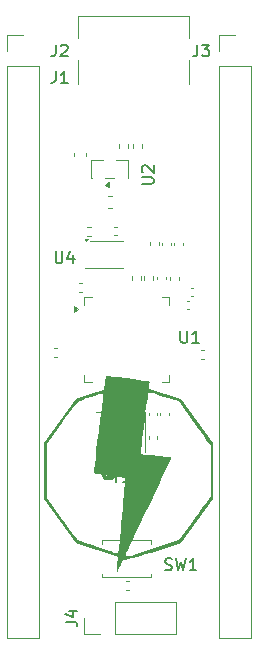
<source format=gbr>
%TF.GenerationSoftware,KiCad,Pcbnew,9.0.6*%
%TF.CreationDate,2025-12-02T19:28:56-05:00*%
%TF.ProjectId,DEVBOARD,44455642-4f41-4524-942e-6b696361645f,rev?*%
%TF.SameCoordinates,Original*%
%TF.FileFunction,Legend,Top*%
%TF.FilePolarity,Positive*%
%FSLAX46Y46*%
G04 Gerber Fmt 4.6, Leading zero omitted, Abs format (unit mm)*
G04 Created by KiCad (PCBNEW 9.0.6) date 2025-12-02 19:28:56*
%MOMM*%
%LPD*%
G01*
G04 APERTURE LIST*
%ADD10C,0.150000*%
%ADD11C,0.300000*%
%ADD12C,0.120000*%
%ADD13C,0.000000*%
G04 APERTURE END LIST*
D10*
X143166666Y-77454819D02*
X143166666Y-78169104D01*
X143166666Y-78169104D02*
X143119047Y-78311961D01*
X143119047Y-78311961D02*
X143023809Y-78407200D01*
X143023809Y-78407200D02*
X142880952Y-78454819D01*
X142880952Y-78454819D02*
X142785714Y-78454819D01*
X144166666Y-78454819D02*
X143595238Y-78454819D01*
X143880952Y-78454819D02*
X143880952Y-77454819D01*
X143880952Y-77454819D02*
X143785714Y-77597676D01*
X143785714Y-77597676D02*
X143690476Y-77692914D01*
X143690476Y-77692914D02*
X143595238Y-77740533D01*
X143163095Y-92704819D02*
X143163095Y-93514342D01*
X143163095Y-93514342D02*
X143210714Y-93609580D01*
X143210714Y-93609580D02*
X143258333Y-93657200D01*
X143258333Y-93657200D02*
X143353571Y-93704819D01*
X143353571Y-93704819D02*
X143544047Y-93704819D01*
X143544047Y-93704819D02*
X143639285Y-93657200D01*
X143639285Y-93657200D02*
X143686904Y-93609580D01*
X143686904Y-93609580D02*
X143734523Y-93514342D01*
X143734523Y-93514342D02*
X143734523Y-92704819D01*
X144639285Y-93038152D02*
X144639285Y-93704819D01*
X144401190Y-92657200D02*
X144163095Y-93371485D01*
X144163095Y-93371485D02*
X144782142Y-93371485D01*
X150454819Y-87011904D02*
X151264342Y-87011904D01*
X151264342Y-87011904D02*
X151359580Y-86964285D01*
X151359580Y-86964285D02*
X151407200Y-86916666D01*
X151407200Y-86916666D02*
X151454819Y-86821428D01*
X151454819Y-86821428D02*
X151454819Y-86630952D01*
X151454819Y-86630952D02*
X151407200Y-86535714D01*
X151407200Y-86535714D02*
X151359580Y-86488095D01*
X151359580Y-86488095D02*
X151264342Y-86440476D01*
X151264342Y-86440476D02*
X150454819Y-86440476D01*
X150550057Y-86011904D02*
X150502438Y-85964285D01*
X150502438Y-85964285D02*
X150454819Y-85869047D01*
X150454819Y-85869047D02*
X150454819Y-85630952D01*
X150454819Y-85630952D02*
X150502438Y-85535714D01*
X150502438Y-85535714D02*
X150550057Y-85488095D01*
X150550057Y-85488095D02*
X150645295Y-85440476D01*
X150645295Y-85440476D02*
X150740533Y-85440476D01*
X150740533Y-85440476D02*
X150883390Y-85488095D01*
X150883390Y-85488095D02*
X151454819Y-86059523D01*
X151454819Y-86059523D02*
X151454819Y-85440476D01*
X143166666Y-75204819D02*
X143166666Y-75919104D01*
X143166666Y-75919104D02*
X143119047Y-76061961D01*
X143119047Y-76061961D02*
X143023809Y-76157200D01*
X143023809Y-76157200D02*
X142880952Y-76204819D01*
X142880952Y-76204819D02*
X142785714Y-76204819D01*
X143595238Y-75300057D02*
X143642857Y-75252438D01*
X143642857Y-75252438D02*
X143738095Y-75204819D01*
X143738095Y-75204819D02*
X143976190Y-75204819D01*
X143976190Y-75204819D02*
X144071428Y-75252438D01*
X144071428Y-75252438D02*
X144119047Y-75300057D01*
X144119047Y-75300057D02*
X144166666Y-75395295D01*
X144166666Y-75395295D02*
X144166666Y-75490533D01*
X144166666Y-75490533D02*
X144119047Y-75633390D01*
X144119047Y-75633390D02*
X143547619Y-76204819D01*
X143547619Y-76204819D02*
X144166666Y-76204819D01*
X152416667Y-119657200D02*
X152559524Y-119704819D01*
X152559524Y-119704819D02*
X152797619Y-119704819D01*
X152797619Y-119704819D02*
X152892857Y-119657200D01*
X152892857Y-119657200D02*
X152940476Y-119609580D01*
X152940476Y-119609580D02*
X152988095Y-119514342D01*
X152988095Y-119514342D02*
X152988095Y-119419104D01*
X152988095Y-119419104D02*
X152940476Y-119323866D01*
X152940476Y-119323866D02*
X152892857Y-119276247D01*
X152892857Y-119276247D02*
X152797619Y-119228628D01*
X152797619Y-119228628D02*
X152607143Y-119181009D01*
X152607143Y-119181009D02*
X152511905Y-119133390D01*
X152511905Y-119133390D02*
X152464286Y-119085771D01*
X152464286Y-119085771D02*
X152416667Y-118990533D01*
X152416667Y-118990533D02*
X152416667Y-118895295D01*
X152416667Y-118895295D02*
X152464286Y-118800057D01*
X152464286Y-118800057D02*
X152511905Y-118752438D01*
X152511905Y-118752438D02*
X152607143Y-118704819D01*
X152607143Y-118704819D02*
X152845238Y-118704819D01*
X152845238Y-118704819D02*
X152988095Y-118752438D01*
X153321429Y-118704819D02*
X153559524Y-119704819D01*
X153559524Y-119704819D02*
X153750000Y-118990533D01*
X153750000Y-118990533D02*
X153940476Y-119704819D01*
X153940476Y-119704819D02*
X154178572Y-118704819D01*
X155083333Y-119704819D02*
X154511905Y-119704819D01*
X154797619Y-119704819D02*
X154797619Y-118704819D01*
X154797619Y-118704819D02*
X154702381Y-118847676D01*
X154702381Y-118847676D02*
X154607143Y-118942914D01*
X154607143Y-118942914D02*
X154511905Y-118990533D01*
X153724845Y-99437563D02*
X153724845Y-100247086D01*
X153724845Y-100247086D02*
X153772464Y-100342324D01*
X153772464Y-100342324D02*
X153820083Y-100389944D01*
X153820083Y-100389944D02*
X153915321Y-100437563D01*
X153915321Y-100437563D02*
X154105797Y-100437563D01*
X154105797Y-100437563D02*
X154201035Y-100389944D01*
X154201035Y-100389944D02*
X154248654Y-100342324D01*
X154248654Y-100342324D02*
X154296273Y-100247086D01*
X154296273Y-100247086D02*
X154296273Y-99437563D01*
X155296273Y-100437563D02*
X154724845Y-100437563D01*
X155010559Y-100437563D02*
X155010559Y-99437563D01*
X155010559Y-99437563D02*
X154915321Y-99580420D01*
X154915321Y-99580420D02*
X154820083Y-99675658D01*
X154820083Y-99675658D02*
X154724845Y-99723277D01*
X155166666Y-75204819D02*
X155166666Y-75919104D01*
X155166666Y-75919104D02*
X155119047Y-76061961D01*
X155119047Y-76061961D02*
X155023809Y-76157200D01*
X155023809Y-76157200D02*
X154880952Y-76204819D01*
X154880952Y-76204819D02*
X154785714Y-76204819D01*
X155547619Y-75204819D02*
X156166666Y-75204819D01*
X156166666Y-75204819D02*
X155833333Y-75585771D01*
X155833333Y-75585771D02*
X155976190Y-75585771D01*
X155976190Y-75585771D02*
X156071428Y-75633390D01*
X156071428Y-75633390D02*
X156119047Y-75681009D01*
X156119047Y-75681009D02*
X156166666Y-75776247D01*
X156166666Y-75776247D02*
X156166666Y-76014342D01*
X156166666Y-76014342D02*
X156119047Y-76109580D01*
X156119047Y-76109580D02*
X156071428Y-76157200D01*
X156071428Y-76157200D02*
X155976190Y-76204819D01*
X155976190Y-76204819D02*
X155690476Y-76204819D01*
X155690476Y-76204819D02*
X155595238Y-76157200D01*
X155595238Y-76157200D02*
X155547619Y-76109580D01*
X148273809Y-111728628D02*
X148273809Y-112204819D01*
X147940476Y-111204819D02*
X148273809Y-111728628D01*
X148273809Y-111728628D02*
X148607142Y-111204819D01*
X149464285Y-112204819D02*
X148892857Y-112204819D01*
X149178571Y-112204819D02*
X149178571Y-111204819D01*
X149178571Y-111204819D02*
X149083333Y-111347676D01*
X149083333Y-111347676D02*
X148988095Y-111442914D01*
X148988095Y-111442914D02*
X148892857Y-111490533D01*
D11*
X147928572Y-110499757D02*
X147785715Y-110428328D01*
X147785715Y-110428328D02*
X147571429Y-110428328D01*
X147571429Y-110428328D02*
X147357143Y-110499757D01*
X147357143Y-110499757D02*
X147214286Y-110642614D01*
X147214286Y-110642614D02*
X147142857Y-110785471D01*
X147142857Y-110785471D02*
X147071429Y-111071185D01*
X147071429Y-111071185D02*
X147071429Y-111285471D01*
X147071429Y-111285471D02*
X147142857Y-111571185D01*
X147142857Y-111571185D02*
X147214286Y-111714042D01*
X147214286Y-111714042D02*
X147357143Y-111856900D01*
X147357143Y-111856900D02*
X147571429Y-111928328D01*
X147571429Y-111928328D02*
X147714286Y-111928328D01*
X147714286Y-111928328D02*
X147928572Y-111856900D01*
X147928572Y-111856900D02*
X148000000Y-111785471D01*
X148000000Y-111785471D02*
X148000000Y-111285471D01*
X148000000Y-111285471D02*
X147714286Y-111285471D01*
X148857143Y-110428328D02*
X148857143Y-110785471D01*
X148500000Y-110642614D02*
X148857143Y-110785471D01*
X148857143Y-110785471D02*
X149214286Y-110642614D01*
X148642857Y-111071185D02*
X148857143Y-110785471D01*
X148857143Y-110785471D02*
X149071429Y-111071185D01*
X150000000Y-110428328D02*
X150000000Y-110785471D01*
X149642857Y-110642614D02*
X150000000Y-110785471D01*
X150000000Y-110785471D02*
X150357143Y-110642614D01*
X149785714Y-111071185D02*
X150000000Y-110785471D01*
X150000000Y-110785471D02*
X150214286Y-111071185D01*
X151142857Y-110428328D02*
X151142857Y-110785471D01*
X150785714Y-110642614D02*
X151142857Y-110785471D01*
X151142857Y-110785471D02*
X151500000Y-110642614D01*
X150928571Y-111071185D02*
X151142857Y-110785471D01*
X151142857Y-110785471D02*
X151357143Y-111071185D01*
D10*
X143994819Y-124083333D02*
X144709104Y-124083333D01*
X144709104Y-124083333D02*
X144851961Y-124130952D01*
X144851961Y-124130952D02*
X144947200Y-124226190D01*
X144947200Y-124226190D02*
X144994819Y-124369047D01*
X144994819Y-124369047D02*
X144994819Y-124464285D01*
X144328152Y-123178571D02*
X144994819Y-123178571D01*
X143947200Y-123416666D02*
X144661485Y-123654761D01*
X144661485Y-123654761D02*
X144661485Y-123035714D01*
D12*
%TO.C,C15*%
X147791190Y-109930324D02*
X147575518Y-109930324D01*
X147791190Y-110650324D02*
X147575518Y-110650324D01*
%TO.C,J1*%
X145050000Y-74650000D02*
X145050000Y-72750000D01*
X145050000Y-78550000D02*
X145050000Y-76550000D01*
X154450000Y-72750000D02*
X145050000Y-72750000D01*
X154450000Y-74650000D02*
X154450000Y-72750000D01*
X154450000Y-78550000D02*
X154450000Y-76550000D01*
%TO.C,U4*%
X146064432Y-91865000D02*
X148860000Y-91865000D01*
X148860000Y-94135000D02*
X145640000Y-94135000D01*
X145770000Y-91860000D02*
X145630000Y-91670000D01*
X145910000Y-91670000D01*
X145770000Y-91860000D01*
G36*
X145770000Y-91860000D02*
G01*
X145630000Y-91670000D01*
X145910000Y-91670000D01*
X145770000Y-91860000D01*
G37*
%TO.C,C6*%
X152200342Y-92177558D02*
X152200342Y-91961886D01*
X152920342Y-92177558D02*
X152920342Y-91961886D01*
%TO.C,C3*%
X143278441Y-100901264D02*
X143062769Y-100901264D01*
X143278441Y-101621264D02*
X143062769Y-101621264D01*
%TO.C,U2*%
X146190000Y-84990000D02*
X147190000Y-84990000D01*
X146190000Y-86510000D02*
X146190000Y-84990000D01*
X146240000Y-86510000D02*
X146190000Y-86510000D01*
X148140000Y-86510000D02*
X147360000Y-86510000D01*
X148310000Y-84990000D02*
X149310000Y-84990000D01*
X149310000Y-84990000D02*
X149310000Y-86510000D01*
X149310000Y-86510000D02*
X149260000Y-86510000D01*
X147700000Y-87290000D02*
X147370000Y-87050000D01*
X147700000Y-86810000D01*
X147700000Y-87290000D01*
G36*
X147700000Y-87290000D02*
G01*
X147370000Y-87050000D01*
X147700000Y-86810000D01*
X147700000Y-87290000D01*
G37*
%TO.C,C11*%
X151187092Y-92160302D02*
X151187092Y-91944630D01*
X151907092Y-92160302D02*
X151907092Y-91944630D01*
%TO.C,C10*%
X151744983Y-95060855D02*
X151744983Y-94845183D01*
X152464983Y-95060855D02*
X152464983Y-94845183D01*
%TO.C,C12*%
X152026750Y-106374908D02*
X152026750Y-106590580D01*
X152746750Y-106374908D02*
X152746750Y-106590580D01*
%TO.C,R4*%
X150606750Y-94829103D02*
X150606750Y-95136385D01*
X151366750Y-94829103D02*
X151366750Y-95136385D01*
%TO.C,J2*%
X139030000Y-74400000D02*
X140410000Y-74400000D01*
X139030000Y-75780000D02*
X139030000Y-74400000D01*
X139030000Y-77050000D02*
X139030000Y-125420000D01*
X139030000Y-77050000D02*
X141790000Y-77050000D01*
X139030000Y-125420000D02*
X141790000Y-125420000D01*
X141790000Y-77050000D02*
X141790000Y-125420000D01*
%TO.C,R3*%
X149606750Y-94829103D02*
X149606750Y-95136385D01*
X150366750Y-94829103D02*
X150366750Y-95136385D01*
%TO.C,C1*%
X154596948Y-95805452D02*
X154812620Y-95805452D01*
X154596948Y-96525452D02*
X154812620Y-96525452D01*
%TO.C,R6*%
X149403641Y-120620000D02*
X149096359Y-120620000D01*
X149403641Y-121380000D02*
X149096359Y-121380000D01*
%TO.C,SW1*%
X147080000Y-117180000D02*
X151220000Y-117180000D01*
X147080000Y-117480000D02*
X147080000Y-117180000D01*
X147080000Y-120320000D02*
X147080000Y-120020000D01*
X151220000Y-117180000D02*
X151220000Y-117480000D01*
X151220000Y-120020000D02*
X151220000Y-120320000D01*
X151220000Y-120320000D02*
X147080000Y-120320000D01*
%TO.C,U1*%
X145576750Y-96572744D02*
X146226750Y-96572744D01*
X145576750Y-97222744D02*
X145576750Y-96572744D01*
X145576750Y-103792744D02*
X145576750Y-103142744D01*
X146226750Y-103792744D02*
X145576750Y-103792744D01*
X152146750Y-96572744D02*
X152796750Y-96572744D01*
X152796750Y-96572744D02*
X152796750Y-97222744D01*
X152796750Y-103142744D02*
X152796750Y-103792744D01*
X152796750Y-103792744D02*
X152146750Y-103792744D01*
X145046750Y-97582744D02*
X144716750Y-97822744D01*
X144716750Y-97342744D01*
X145046750Y-97582744D01*
G36*
X145046750Y-97582744D02*
G01*
X144716750Y-97822744D01*
X144716750Y-97342744D01*
X145046750Y-97582744D01*
G37*
%TO.C,J3*%
X156958861Y-74396831D02*
X158338861Y-74396831D01*
X156958861Y-75776831D02*
X156958861Y-74396831D01*
X156958861Y-77046831D02*
X156958861Y-125416831D01*
X156958861Y-77046831D02*
X159718861Y-77046831D01*
X156958861Y-125416831D02*
X159718861Y-125416831D01*
X159718861Y-77046831D02*
X159718861Y-125416831D01*
%TO.C,Y1*%
X150696750Y-106272744D02*
X146576750Y-106272744D01*
X150696750Y-109692744D02*
X150696750Y-106272744D01*
%TO.C,C4*%
X145377836Y-95390000D02*
X145162164Y-95390000D01*
X145377836Y-96110000D02*
X145162164Y-96110000D01*
%TO.C,R2*%
X148529748Y-83636213D02*
X148529748Y-83943495D01*
X149289748Y-83636213D02*
X149289748Y-83943495D01*
%TO.C,C17*%
X148347836Y-90640000D02*
X148132164Y-90640000D01*
X148347836Y-91360000D02*
X148132164Y-91360000D01*
%TO.C,C13*%
X144740000Y-84359420D02*
X144740000Y-84640580D01*
X145760000Y-84359420D02*
X145760000Y-84640580D01*
D13*
%TO.C,G\u002A\u002A\u002A*%
G36*
X149234993Y-103473460D02*
G01*
X149771938Y-103541929D01*
X150249440Y-103602822D01*
X150642958Y-103653009D01*
X150927950Y-103689360D01*
X151079876Y-103708745D01*
X151098121Y-103711077D01*
X151109484Y-103787869D01*
X151101998Y-103972744D01*
X151098121Y-104018683D01*
X151070333Y-104322699D01*
X152407346Y-104759516D01*
X153744360Y-105196333D01*
X155095279Y-107059000D01*
X156446197Y-108921666D01*
X156446432Y-111303749D01*
X156446666Y-113685831D01*
X155109893Y-115537082D01*
X153773120Y-117388333D01*
X151538511Y-118123973D01*
X150766718Y-118373580D01*
X150132350Y-118569163D01*
X149640395Y-118709317D01*
X149295838Y-118792638D01*
X149103668Y-118817721D01*
X149083882Y-118815609D01*
X148965365Y-118805928D01*
X148871980Y-118852878D01*
X148776629Y-118986380D01*
X148652215Y-119236353D01*
X148599951Y-119349969D01*
X148336039Y-119928333D01*
X148380805Y-119248383D01*
X148425570Y-118568433D01*
X148008974Y-118434344D01*
X149080666Y-118434344D01*
X149099644Y-118489063D01*
X149167115Y-118515395D01*
X149298890Y-118509558D01*
X149510778Y-118467770D01*
X149818587Y-118386248D01*
X150238128Y-118261211D01*
X150785208Y-118088877D01*
X151475638Y-117865463D01*
X151522645Y-117850130D01*
X153610333Y-117168927D01*
X154626333Y-115760654D01*
X154958232Y-115299520D01*
X155278277Y-114852874D01*
X155564976Y-114450855D01*
X155796840Y-114123602D01*
X155952379Y-113901257D01*
X155959833Y-113890429D01*
X156277333Y-113428478D01*
X156277333Y-111293646D01*
X156277333Y-109158814D01*
X156044500Y-108818726D01*
X155926238Y-108649405D01*
X155727293Y-108368373D01*
X155465960Y-108001309D01*
X155160538Y-107573895D01*
X154829322Y-107111812D01*
X154711000Y-106947077D01*
X153610333Y-105415515D01*
X152340333Y-105003594D01*
X151854845Y-104848396D01*
X151505956Y-104743822D01*
X151270298Y-104684963D01*
X151124502Y-104666910D01*
X151045198Y-104684755D01*
X151012533Y-104724669D01*
X150987662Y-104839592D01*
X150947458Y-105093198D01*
X150895012Y-105460400D01*
X150833415Y-105916111D01*
X150765759Y-106435243D01*
X150695133Y-106992709D01*
X150624629Y-107563421D01*
X150557337Y-108122293D01*
X150496348Y-108644236D01*
X150444753Y-109104164D01*
X150405643Y-109476989D01*
X150382109Y-109737623D01*
X150377242Y-109860980D01*
X150378965Y-109867187D01*
X150470405Y-109885910D01*
X150700076Y-109915455D01*
X151037477Y-109952363D01*
X151452108Y-109993175D01*
X151652243Y-110011577D01*
X152092852Y-110054025D01*
X152471166Y-110095756D01*
X152756198Y-110132943D01*
X152916963Y-110161755D01*
X152940279Y-110170723D01*
X152913675Y-110253786D01*
X152819752Y-110475015D01*
X152665095Y-110820219D01*
X152456288Y-111275209D01*
X152199918Y-111825797D01*
X151902570Y-112457792D01*
X151570828Y-113157005D01*
X151211278Y-113909247D01*
X151034219Y-114277786D01*
X150662406Y-115052203D01*
X150313763Y-115781798D01*
X149995073Y-116452138D01*
X149713115Y-117048796D01*
X149474674Y-117557339D01*
X149286531Y-117963340D01*
X149155468Y-118252366D01*
X149088267Y-118409988D01*
X149080666Y-118434344D01*
X148008974Y-118434344D01*
X146643181Y-117994738D01*
X144860791Y-117421044D01*
X143499395Y-115545899D01*
X142138000Y-113670754D01*
X142139820Y-111296210D01*
X142141555Y-109033988D01*
X142391999Y-109033988D01*
X142392815Y-111306160D01*
X142393630Y-113578333D01*
X143624827Y-115271666D01*
X143971096Y-115746156D01*
X144289911Y-116179710D01*
X144566083Y-116551940D01*
X144784426Y-116842458D01*
X144929752Y-117030876D01*
X144980777Y-117092000D01*
X145087155Y-117147569D01*
X145324617Y-117244606D01*
X145663063Y-117372673D01*
X146072392Y-117521336D01*
X146522506Y-117680158D01*
X146983306Y-117838705D01*
X147424690Y-117986541D01*
X147816560Y-118113230D01*
X148128816Y-118208337D01*
X148331358Y-118261427D01*
X148374221Y-118268500D01*
X148442107Y-118197544D01*
X148500949Y-118003018D01*
X148521463Y-117875166D01*
X148541921Y-117685408D01*
X148574693Y-117353353D01*
X148617300Y-116905394D01*
X148667265Y-116367918D01*
X148722109Y-115767318D01*
X148779355Y-115129983D01*
X148781817Y-115102333D01*
X148838758Y-114464197D01*
X148892780Y-113861804D01*
X148941499Y-113321512D01*
X148982529Y-112869674D01*
X149013486Y-112532646D01*
X149031987Y-112336785D01*
X149032474Y-112331858D01*
X149044227Y-112089788D01*
X149029160Y-111927899D01*
X149012023Y-111894902D01*
X148910671Y-111872147D01*
X148672528Y-111834660D01*
X148329042Y-111786940D01*
X147911659Y-111733486D01*
X147725124Y-111710796D01*
X147285503Y-111654760D01*
X146906043Y-111600029D01*
X146618471Y-111551667D01*
X146454514Y-111514739D01*
X146430420Y-111504106D01*
X146425405Y-111407678D01*
X146442370Y-111154930D01*
X146479981Y-110757264D01*
X146536906Y-110226081D01*
X146611812Y-109572783D01*
X146703364Y-108808770D01*
X146810230Y-107945445D01*
X146931077Y-106994208D01*
X147064571Y-105966461D01*
X147180421Y-105090500D01*
X147197528Y-104871895D01*
X147184256Y-104744226D01*
X147170296Y-104730666D01*
X147051416Y-104756495D01*
X146812446Y-104825405D01*
X146492588Y-104924529D01*
X146131047Y-105041000D01*
X145767027Y-105161951D01*
X145439730Y-105274515D01*
X145188362Y-105365826D01*
X145052124Y-105423016D01*
X145042348Y-105429070D01*
X144966871Y-105516333D01*
X144807156Y-105721964D01*
X144577604Y-106026691D01*
X144292616Y-106411247D01*
X143966596Y-106856361D01*
X143666515Y-107269947D01*
X142391999Y-109033988D01*
X142141555Y-109033988D01*
X142141641Y-108921666D01*
X143495806Y-107059000D01*
X144849970Y-105196333D01*
X146055151Y-104803802D01*
X147260333Y-104411272D01*
X147329993Y-103825352D01*
X147399654Y-103239431D01*
X149234993Y-103473460D01*
G37*
D12*
%TO.C,C2*%
X151026750Y-106374908D02*
X151026750Y-106590580D01*
X151746750Y-106374908D02*
X151746750Y-106590580D01*
%TO.C,R5*%
X149810363Y-105256947D02*
X149503081Y-105256947D01*
X149810363Y-106016947D02*
X149503081Y-106016947D01*
%TO.C,C14*%
X147890580Y-87990000D02*
X147609420Y-87990000D01*
X147890580Y-89010000D02*
X147609420Y-89010000D01*
%TO.C,R1*%
X149725032Y-83646010D02*
X149725032Y-83953292D01*
X150485032Y-83646010D02*
X150485032Y-83953292D01*
%TO.C,C9*%
X155486373Y-101067535D02*
X155702045Y-101067535D01*
X155486373Y-101787535D02*
X155702045Y-101787535D01*
%TO.C,J4*%
X145540000Y-125130000D02*
X145540000Y-123750000D01*
X146920000Y-125130000D02*
X145540000Y-125130000D01*
X148190000Y-122370000D02*
X153380000Y-122370000D01*
X148190000Y-125130000D02*
X148190000Y-122370000D01*
X148190000Y-125130000D02*
X153380000Y-125130000D01*
X153380000Y-125130000D02*
X153380000Y-122370000D01*
%TO.C,C7*%
X153200342Y-92177558D02*
X153200342Y-91961886D01*
X153920342Y-92177558D02*
X153920342Y-91961886D01*
%TO.C,C16*%
X151026750Y-108590580D02*
X151026750Y-108374908D01*
X151746750Y-108590580D02*
X151746750Y-108374908D01*
%TO.C,C5*%
X152876750Y-95110580D02*
X152876750Y-94894908D01*
X153596750Y-95110580D02*
X153596750Y-94894908D01*
%TO.C,C8*%
X154250857Y-96877920D02*
X154466529Y-96877920D01*
X154250857Y-97597920D02*
X154466529Y-97597920D01*
%TO.C,R7*%
X145836359Y-90620000D02*
X146143641Y-90620000D01*
X145836359Y-91380000D02*
X146143641Y-91380000D01*
%TD*%
M02*

</source>
